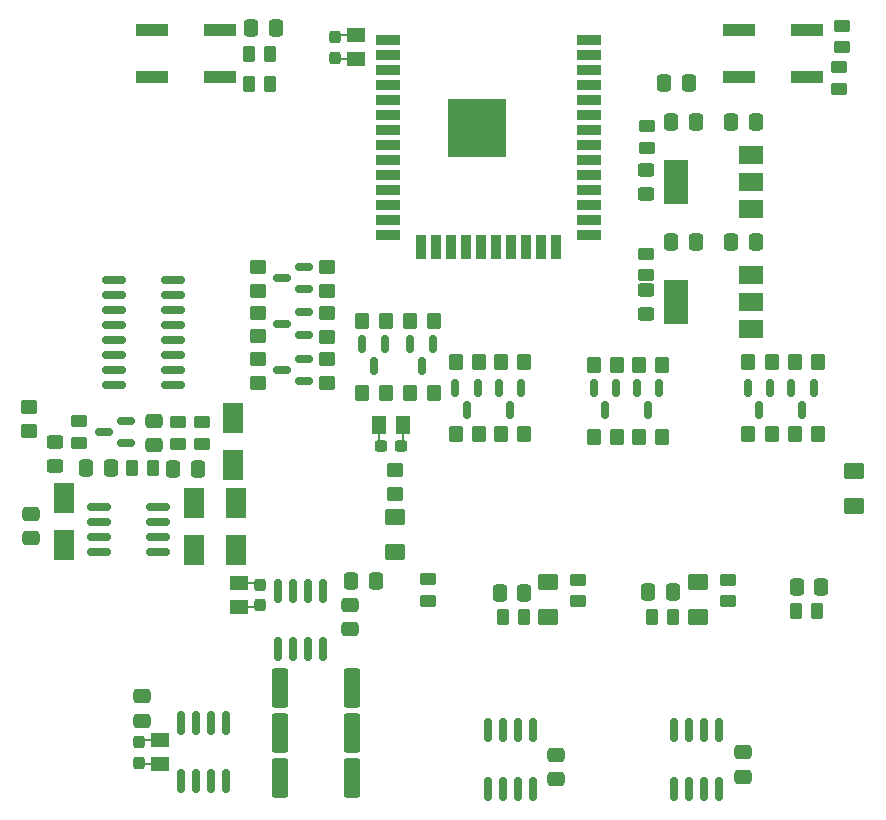
<source format=gtp>
G04 #@! TF.GenerationSoftware,KiCad,Pcbnew,(6.0.7)*
G04 #@! TF.CreationDate,2022-12-27T15:36:50+11:00*
G04 #@! TF.ProjectId,esp32_esc,65737033-325f-4657-9363-2e6b69636164,rev?*
G04 #@! TF.SameCoordinates,Original*
G04 #@! TF.FileFunction,Paste,Top*
G04 #@! TF.FilePolarity,Positive*
%FSLAX46Y46*%
G04 Gerber Fmt 4.6, Leading zero omitted, Abs format (unit mm)*
G04 Created by KiCad (PCBNEW (6.0.7)) date 2022-12-27 15:36:50*
%MOMM*%
%LPD*%
G01*
G04 APERTURE LIST*
G04 Aperture macros list*
%AMRoundRect*
0 Rectangle with rounded corners*
0 $1 Rounding radius*
0 $2 $3 $4 $5 $6 $7 $8 $9 X,Y pos of 4 corners*
0 Add a 4 corners polygon primitive as box body*
4,1,4,$2,$3,$4,$5,$6,$7,$8,$9,$2,$3,0*
0 Add four circle primitives for the rounded corners*
1,1,$1+$1,$2,$3*
1,1,$1+$1,$4,$5*
1,1,$1+$1,$6,$7*
1,1,$1+$1,$8,$9*
0 Add four rect primitives between the rounded corners*
20,1,$1+$1,$2,$3,$4,$5,0*
20,1,$1+$1,$4,$5,$6,$7,0*
20,1,$1+$1,$6,$7,$8,$9,0*
20,1,$1+$1,$8,$9,$2,$3,0*%
%AMFreePoly0*
4,1,13,0.587500,-0.725000,0.100000,-0.725000,0.100000,-2.000000,0.080902,-2.058779,0.030902,-2.095106,-0.030902,-2.095106,-0.080902,-2.058779,-0.100000,-2.000000,-0.100000,-0.725000,-0.587500,-0.725000,-0.587500,0.725000,0.587500,0.725000,0.587500,-0.725000,0.587500,-0.725000,$1*%
G04 Aperture macros list end*
%ADD10RoundRect,0.237500X0.237500X-0.300000X0.237500X0.300000X-0.237500X0.300000X-0.237500X-0.300000X0*%
%ADD11FreePoly0,90.000000*%
%ADD12RoundRect,0.250000X-0.450000X0.262500X-0.450000X-0.262500X0.450000X-0.262500X0.450000X0.262500X0*%
%ADD13RoundRect,0.249999X-0.450001X-1.425001X0.450001X-1.425001X0.450001X1.425001X-0.450001X1.425001X0*%
%ADD14RoundRect,0.250000X-0.475000X0.337500X-0.475000X-0.337500X0.475000X-0.337500X0.475000X0.337500X0*%
%ADD15RoundRect,0.250000X0.262500X0.450000X-0.262500X0.450000X-0.262500X-0.450000X0.262500X-0.450000X0*%
%ADD16RoundRect,0.250000X0.350000X0.450000X-0.350000X0.450000X-0.350000X-0.450000X0.350000X-0.450000X0*%
%ADD17RoundRect,0.250000X-0.337500X-0.475000X0.337500X-0.475000X0.337500X0.475000X-0.337500X0.475000X0*%
%ADD18RoundRect,0.250000X-0.450000X0.325000X-0.450000X-0.325000X0.450000X-0.325000X0.450000X0.325000X0*%
%ADD19RoundRect,0.250000X0.337500X0.475000X-0.337500X0.475000X-0.337500X-0.475000X0.337500X-0.475000X0*%
%ADD20RoundRect,0.250000X0.475000X-0.337500X0.475000X0.337500X-0.475000X0.337500X-0.475000X-0.337500X0*%
%ADD21RoundRect,0.250000X0.450000X-0.350000X0.450000X0.350000X-0.450000X0.350000X-0.450000X-0.350000X0*%
%ADD22RoundRect,0.150000X-0.150000X0.587500X-0.150000X-0.587500X0.150000X-0.587500X0.150000X0.587500X0*%
%ADD23R,1.800000X2.500000*%
%ADD24RoundRect,0.237500X-0.237500X0.300000X-0.237500X-0.300000X0.237500X-0.300000X0.237500X0.300000X0*%
%ADD25FreePoly0,270.000000*%
%ADD26RoundRect,0.150000X-0.825000X-0.150000X0.825000X-0.150000X0.825000X0.150000X-0.825000X0.150000X0*%
%ADD27RoundRect,0.250000X-0.262500X-0.450000X0.262500X-0.450000X0.262500X0.450000X-0.262500X0.450000X0*%
%ADD28R,2.000000X1.500000*%
%ADD29R,2.000000X3.800000*%
%ADD30RoundRect,0.250001X0.624999X-0.462499X0.624999X0.462499X-0.624999X0.462499X-0.624999X-0.462499X0*%
%ADD31RoundRect,0.150000X0.150000X-0.825000X0.150000X0.825000X-0.150000X0.825000X-0.150000X-0.825000X0*%
%ADD32RoundRect,0.150000X0.587500X0.150000X-0.587500X0.150000X-0.587500X-0.150000X0.587500X-0.150000X0*%
%ADD33RoundRect,0.250000X0.450000X-0.262500X0.450000X0.262500X-0.450000X0.262500X-0.450000X-0.262500X0*%
%ADD34R,2.750000X1.000000*%
%ADD35RoundRect,0.237500X-0.300000X-0.237500X0.300000X-0.237500X0.300000X0.237500X-0.300000X0.237500X0*%
%ADD36FreePoly0,0.000000*%
%ADD37R,2.000000X0.900000*%
%ADD38R,0.900000X2.000000*%
%ADD39R,5.000000X5.000000*%
G04 APERTURE END LIST*
D10*
X61976000Y-85317500D03*
D11*
X60198000Y-85514000D03*
D10*
X61976000Y-83592500D03*
D11*
X60198000Y-83439000D03*
D12*
X46605750Y-69751250D03*
X46605750Y-71576250D03*
D13*
X63625000Y-99949000D03*
X69725000Y-99949000D03*
D14*
X51943000Y-93069500D03*
X51943000Y-95144500D03*
D15*
X84328000Y-86360000D03*
X82503000Y-86360000D03*
D16*
X72609000Y-67402500D03*
X70609000Y-67402500D03*
D12*
X94615000Y-55602500D03*
X94615000Y-57427500D03*
D17*
X96162500Y-41148000D03*
X98237500Y-41148000D03*
D18*
X94615000Y-58665000D03*
X94615000Y-60715000D03*
D19*
X96901000Y-84201000D03*
X94826000Y-84201000D03*
D17*
X61192500Y-36449000D03*
X63267500Y-36449000D03*
D16*
X76673000Y-67402500D03*
X74673000Y-67402500D03*
D18*
X44573750Y-71503250D03*
X44573750Y-73553250D03*
D20*
X52955750Y-71819750D03*
X52955750Y-69744750D03*
D21*
X67647000Y-66516000D03*
X67647000Y-64516000D03*
D22*
X72512000Y-63246000D03*
X70612000Y-63246000D03*
X71562000Y-65121000D03*
D23*
X56388000Y-76656250D03*
X56388000Y-80656250D03*
D16*
X76657000Y-61306500D03*
X74657000Y-61306500D03*
D19*
X84328000Y-84328000D03*
X82253000Y-84328000D03*
D24*
X51691000Y-96949000D03*
D25*
X53469000Y-96752500D03*
D24*
X51691000Y-98674000D03*
D25*
X53469000Y-98827500D03*
D20*
X86995000Y-100097500D03*
X86995000Y-98022500D03*
D16*
X96012000Y-71120000D03*
X94012000Y-71120000D03*
D19*
X109474000Y-83820000D03*
X107399000Y-83820000D03*
D12*
X94742000Y-44807500D03*
X94742000Y-46632500D03*
D19*
X56663500Y-73830250D03*
X54588500Y-73830250D03*
D22*
X76576000Y-63246000D03*
X74676000Y-63246000D03*
X75626000Y-65121000D03*
D26*
X49595000Y-57785000D03*
X49595000Y-59055000D03*
X49595000Y-60325000D03*
X49595000Y-61595000D03*
X49595000Y-62865000D03*
X49595000Y-64135000D03*
X49595000Y-65405000D03*
X49595000Y-66675000D03*
X54545000Y-66675000D03*
X54545000Y-65405000D03*
X54545000Y-64135000D03*
X54545000Y-62865000D03*
X54545000Y-61595000D03*
X54545000Y-60325000D03*
X54545000Y-59055000D03*
X54545000Y-57785000D03*
D22*
X95750000Y-66963500D03*
X93850000Y-66963500D03*
X94800000Y-68838500D03*
D21*
X61805000Y-66500000D03*
X61805000Y-64500000D03*
D27*
X60977500Y-41180000D03*
X62802500Y-41180000D03*
D22*
X80383000Y-66963500D03*
X78483000Y-66963500D03*
X79433000Y-68838500D03*
D26*
X48325000Y-77005250D03*
X48325000Y-78275250D03*
X48325000Y-79545250D03*
X48325000Y-80815250D03*
X53275000Y-80815250D03*
X53275000Y-79545250D03*
X53275000Y-78275250D03*
X53275000Y-77005250D03*
D28*
X103480000Y-51830000D03*
D29*
X97180000Y-49530000D03*
D28*
X103480000Y-49530000D03*
X103480000Y-47230000D03*
D22*
X105152750Y-66963500D03*
X103252750Y-66963500D03*
X104202750Y-68838500D03*
D20*
X42541750Y-79661750D03*
X42541750Y-77586750D03*
D30*
X112268000Y-76925500D03*
X112268000Y-73950500D03*
D31*
X97028000Y-100900000D03*
X98298000Y-100900000D03*
X99568000Y-100900000D03*
X100838000Y-100900000D03*
X100838000Y-95950000D03*
X99568000Y-95950000D03*
X98298000Y-95950000D03*
X97028000Y-95950000D03*
D21*
X61793250Y-58704250D03*
X61793250Y-56704250D03*
D12*
X57019750Y-69869750D03*
X57019750Y-71694750D03*
D28*
X103480000Y-61990000D03*
D29*
X97180000Y-59690000D03*
D28*
X103480000Y-59690000D03*
X103480000Y-57390000D03*
D16*
X95996000Y-65024000D03*
X93996000Y-65024000D03*
D19*
X71755000Y-83312000D03*
X69680000Y-83312000D03*
D17*
X101832500Y-54610000D03*
X103907500Y-54610000D03*
D16*
X72593000Y-61306500D03*
X70593000Y-61306500D03*
D18*
X94615000Y-48505000D03*
X94615000Y-50555000D03*
D22*
X84082000Y-66955500D03*
X82182000Y-66955500D03*
X83132000Y-68830500D03*
D16*
X80518000Y-70866000D03*
X78518000Y-70866000D03*
D21*
X42418000Y-70596000D03*
X42418000Y-68596000D03*
D23*
X59690000Y-69512250D03*
X59690000Y-73512250D03*
D16*
X92202000Y-71120000D03*
X90202000Y-71120000D03*
D31*
X81280000Y-100900000D03*
X82550000Y-100900000D03*
X83820000Y-100900000D03*
X85090000Y-100900000D03*
X85090000Y-95950000D03*
X83820000Y-95950000D03*
X82550000Y-95950000D03*
X81280000Y-95950000D03*
D30*
X73406000Y-80862500D03*
X73406000Y-77887500D03*
D16*
X84328000Y-64778000D03*
X82328000Y-64778000D03*
D32*
X50591250Y-71613750D03*
X50591250Y-69713750D03*
X48716250Y-70663750D03*
D12*
X101600000Y-83185000D03*
X101600000Y-85010000D03*
X76200000Y-83161500D03*
X76200000Y-84986500D03*
D30*
X86360000Y-86323500D03*
X86360000Y-83348500D03*
D31*
X63500000Y-89089000D03*
X64770000Y-89089000D03*
X66040000Y-89089000D03*
X67310000Y-89089000D03*
X67310000Y-84139000D03*
X66040000Y-84139000D03*
X64770000Y-84139000D03*
X63500000Y-84139000D03*
D15*
X52917250Y-73703250D03*
X51092250Y-73703250D03*
D14*
X69596000Y-85322500D03*
X69596000Y-87397500D03*
D16*
X84328000Y-70858000D03*
X82328000Y-70858000D03*
D33*
X110998000Y-41632500D03*
X110998000Y-39807500D03*
D34*
X58580000Y-40650000D03*
X52820000Y-40650000D03*
X58580000Y-36650000D03*
X52820000Y-36650000D03*
D35*
X72184000Y-71880000D03*
D36*
X71987500Y-70102000D03*
D35*
X73909000Y-71880000D03*
D36*
X74062500Y-70102000D03*
D24*
X68328000Y-37259000D03*
D25*
X70106000Y-37062500D03*
D24*
X68328000Y-38984000D03*
D25*
X70106000Y-39137500D03*
D17*
X96752500Y-44450000D03*
X98827500Y-44450000D03*
D16*
X109204000Y-70866000D03*
X107204000Y-70866000D03*
D33*
X111252000Y-38100000D03*
X111252000Y-36275000D03*
D23*
X59944000Y-76656250D03*
X59944000Y-80656250D03*
D20*
X102870000Y-99865000D03*
X102870000Y-97790000D03*
D22*
X108809750Y-66963500D03*
X106909750Y-66963500D03*
X107859750Y-68838500D03*
D15*
X62802500Y-38640000D03*
X60977500Y-38640000D03*
D21*
X61805000Y-62579000D03*
X61805000Y-60579000D03*
X67647000Y-62595000D03*
X67647000Y-60595000D03*
D16*
X105287750Y-70866000D03*
X103287750Y-70866000D03*
D17*
X101832500Y-44450000D03*
X103907500Y-44450000D03*
D16*
X80518000Y-64786000D03*
X78518000Y-64786000D03*
D22*
X92105000Y-66963500D03*
X90205000Y-66963500D03*
X91155000Y-68838500D03*
D37*
X72780000Y-37465000D03*
X72780000Y-38735000D03*
X72780000Y-40005000D03*
X72780000Y-41275000D03*
X72780000Y-42545000D03*
X72780000Y-43815000D03*
X72780000Y-45085000D03*
X72780000Y-46355000D03*
X72780000Y-47625000D03*
X72780000Y-48895000D03*
X72780000Y-50165000D03*
X72780000Y-51435000D03*
X72780000Y-52705000D03*
X72780000Y-53975000D03*
D38*
X75565000Y-54975000D03*
X76835000Y-54975000D03*
X78105000Y-54975000D03*
X79375000Y-54975000D03*
X80645000Y-54975000D03*
X81915000Y-54975000D03*
X83185000Y-54975000D03*
X84455000Y-54975000D03*
X85725000Y-54975000D03*
X86995000Y-54975000D03*
D37*
X89780000Y-53975000D03*
X89780000Y-52705000D03*
X89780000Y-51435000D03*
X89780000Y-50165000D03*
X89780000Y-48895000D03*
X89780000Y-47625000D03*
X89780000Y-46355000D03*
X89780000Y-45085000D03*
X89780000Y-43815000D03*
X89780000Y-42545000D03*
X89780000Y-41275000D03*
X89780000Y-40005000D03*
X89780000Y-38735000D03*
X89780000Y-37465000D03*
D39*
X80280000Y-44965000D03*
D32*
X65707500Y-62444000D03*
X65707500Y-60544000D03*
X63832500Y-61494000D03*
D16*
X105303750Y-64770000D03*
X103303750Y-64770000D03*
D15*
X109116500Y-85852000D03*
X107291500Y-85852000D03*
D32*
X65707500Y-66365000D03*
X65707500Y-64465000D03*
X63832500Y-65415000D03*
D15*
X96924500Y-86360000D03*
X95099500Y-86360000D03*
D17*
X47222500Y-73703250D03*
X49297500Y-73703250D03*
D16*
X109204000Y-64770000D03*
X107204000Y-64770000D03*
D31*
X55245000Y-100265000D03*
X56515000Y-100265000D03*
X57785000Y-100265000D03*
X59055000Y-100265000D03*
X59055000Y-95315000D03*
X57785000Y-95315000D03*
X56515000Y-95315000D03*
X55245000Y-95315000D03*
D13*
X63625000Y-96139000D03*
X69725000Y-96139000D03*
D16*
X92186000Y-65024000D03*
X90186000Y-65024000D03*
D12*
X54987750Y-69869750D03*
X54987750Y-71694750D03*
D30*
X99060000Y-86323500D03*
X99060000Y-83348500D03*
D34*
X108290000Y-40635000D03*
X102530000Y-40635000D03*
X108290000Y-36635000D03*
X102530000Y-36635000D03*
D21*
X73406000Y-73930000D03*
X73406000Y-75930000D03*
D32*
X65695750Y-58569250D03*
X65695750Y-56669250D03*
X63820750Y-57619250D03*
D23*
X45335750Y-80232000D03*
X45335750Y-76232000D03*
D21*
X67635250Y-58720250D03*
X67635250Y-56720250D03*
D17*
X96752500Y-54610000D03*
X98827500Y-54610000D03*
D13*
X63625000Y-92329000D03*
X69725000Y-92329000D03*
D12*
X88900000Y-83185000D03*
X88900000Y-85010000D03*
M02*

</source>
